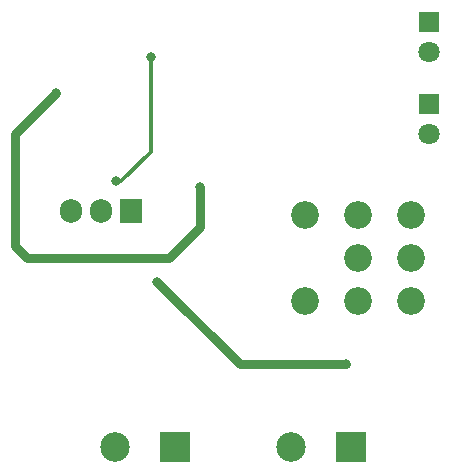
<source format=gbr>
%TF.GenerationSoftware,KiCad,Pcbnew,(6.0.2)*%
%TF.CreationDate,2022-07-31T15:55:41+03:00*%
%TF.ProjectId,NE555_PWM_Driver,4e453535-355f-4505-974d-5f4472697665,rev?*%
%TF.SameCoordinates,Original*%
%TF.FileFunction,Copper,L2,Bot*%
%TF.FilePolarity,Positive*%
%FSLAX46Y46*%
G04 Gerber Fmt 4.6, Leading zero omitted, Abs format (unit mm)*
G04 Created by KiCad (PCBNEW (6.0.2)) date 2022-07-31 15:55:41*
%MOMM*%
%LPD*%
G01*
G04 APERTURE LIST*
%TA.AperFunction,ComponentPad*%
%ADD10R,2.500000X2.500000*%
%TD*%
%TA.AperFunction,ComponentPad*%
%ADD11C,2.500000*%
%TD*%
%TA.AperFunction,ComponentPad*%
%ADD12R,1.800000X1.800000*%
%TD*%
%TA.AperFunction,ComponentPad*%
%ADD13C,1.800000*%
%TD*%
%TA.AperFunction,ComponentPad*%
%ADD14R,1.905000X2.000000*%
%TD*%
%TA.AperFunction,ComponentPad*%
%ADD15O,1.905000X2.000000*%
%TD*%
%TA.AperFunction,ComponentPad*%
%ADD16C,2.340000*%
%TD*%
%TA.AperFunction,ViaPad*%
%ADD17C,0.800000*%
%TD*%
%TA.AperFunction,Conductor*%
%ADD18C,0.750000*%
%TD*%
%TA.AperFunction,Conductor*%
%ADD19C,0.300000*%
%TD*%
G04 APERTURE END LIST*
D10*
%TO.P,J1,1,Pin_1*%
%TO.N,Net-(J1-Pad1)*%
X187455000Y-120000000D03*
D11*
%TO.P,J1,2,Pin_2*%
%TO.N,GND*%
X182375000Y-120000000D03*
%TD*%
D12*
%TO.P,D4,1,K*%
%TO.N,Net-(D4-Pad1)*%
X194000000Y-91000000D03*
D13*
%TO.P,D4,2,A*%
%TO.N,VCC*%
X194000000Y-93540000D03*
%TD*%
D12*
%TO.P,D3,1,K*%
%TO.N,Net-(D3-Pad1)*%
X194000000Y-84000000D03*
D13*
%TO.P,D3,2,A*%
%TO.N,OUT*%
X194000000Y-86540000D03*
%TD*%
D14*
%TO.P,Q1,1,G*%
%TO.N,OUT*%
X168790000Y-100055000D03*
D15*
%TO.P,Q1,2,D*%
%TO.N,Net-(D5-Pad2)*%
X166250000Y-100055000D03*
%TO.P,Q1,3,S*%
%TO.N,GND*%
X163710000Y-100055000D03*
%TD*%
D16*
%TO.P,R1,1,1*%
%TO.N,unconnected-(R1-Pad1)*%
X192500000Y-107600000D03*
%TO.P,R1,2,2*%
%TO.N,unconnected-(R1-Pad2)*%
X192500000Y-104000000D03*
%TO.P,R1,3,3*%
%TO.N,unconnected-(R1-Pad3)*%
X192500000Y-100400000D03*
%TO.P,R1,4,4*%
%TO.N,Net-(D1-Pad2)*%
X188000000Y-107600000D03*
%TO.P,R1,5,5*%
%TO.N,OUT*%
X188000000Y-104000000D03*
%TO.P,R1,6,6*%
%TO.N,Net-(D2-Pad1)*%
X188000000Y-100400000D03*
%TO.P,R1,7*%
%TO.N,Net-(J1-Pad1)*%
X183500000Y-107600000D03*
%TO.P,R1,8*%
%TO.N,VCC*%
X183500000Y-100400000D03*
%TD*%
D10*
%TO.P,J2,1,Pin_1*%
%TO.N,VCC*%
X172545000Y-120000000D03*
D11*
%TO.P,J2,2,Pin_2*%
%TO.N,Net-(D5-Pad2)*%
X167465000Y-120000000D03*
%TD*%
D17*
%TO.N,VCC*%
X162500000Y-90000000D03*
X174625000Y-98000000D03*
%TO.N,pin_2*%
X167500000Y-97500000D03*
X170500000Y-87000000D03*
%TO.N,OUT*%
X171000000Y-106000000D03*
X187000000Y-113000000D03*
%TD*%
D18*
%TO.N,VCC*%
X159000000Y-93500000D02*
X162500000Y-90000000D01*
X159000000Y-103000000D02*
X159000000Y-93500000D01*
X174625000Y-101375000D02*
X172000000Y-104000000D01*
X160000000Y-104000000D02*
X159000000Y-103000000D01*
X172000000Y-104000000D02*
X160000000Y-104000000D01*
X174625000Y-98000000D02*
X174625000Y-101375000D01*
D19*
%TO.N,pin_2*%
X168000000Y-97500000D02*
X167500000Y-97500000D01*
X170500000Y-95000000D02*
X168000000Y-97500000D01*
X170500000Y-87000000D02*
X170500000Y-95000000D01*
D18*
%TO.N,OUT*%
X187000000Y-113000000D02*
X178000000Y-113000000D01*
X178000000Y-113000000D02*
X171000000Y-106000000D01*
%TD*%
M02*

</source>
